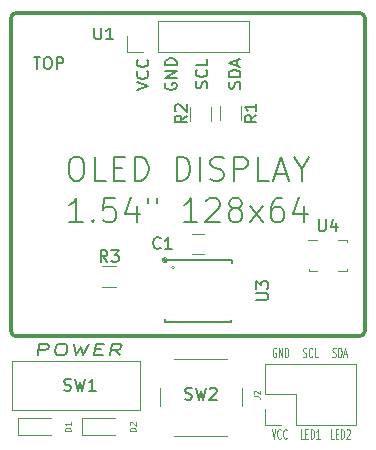
<source format=gbr>
G04 #@! TF.GenerationSoftware,KiCad,Pcbnew,(5.0.0)*
G04 #@! TF.CreationDate,2020-03-15T13:15:32-04:00*
G04 #@! TF.ProjectId,Attiny_IMU_LCD_ETC,417474696E795F494D555F4C43445F45,rev?*
G04 #@! TF.SameCoordinates,Original*
G04 #@! TF.FileFunction,Legend,Top*
G04 #@! TF.FilePolarity,Positive*
%FSLAX46Y46*%
G04 Gerber Fmt 4.6, Leading zero omitted, Abs format (unit mm)*
G04 Created by KiCad (PCBNEW (5.0.0)) date 03/15/20 13:15:32*
%MOMM*%
%LPD*%
G01*
G04 APERTURE LIST*
%ADD10C,0.100000*%
%ADD11C,0.200000*%
%ADD12C,0.120000*%
%ADD13C,0.300000*%
%ADD14C,0.150000*%
G04 APERTURE END LIST*
D10*
X143892857Y-96823809D02*
X143964285Y-96861904D01*
X144083333Y-96861904D01*
X144130952Y-96823809D01*
X144154761Y-96785714D01*
X144178571Y-96709523D01*
X144178571Y-96633333D01*
X144154761Y-96557142D01*
X144130952Y-96519047D01*
X144083333Y-96480952D01*
X143988095Y-96442857D01*
X143940476Y-96404761D01*
X143916666Y-96366666D01*
X143892857Y-96290476D01*
X143892857Y-96214285D01*
X143916666Y-96138095D01*
X143940476Y-96100000D01*
X143988095Y-96061904D01*
X144107142Y-96061904D01*
X144178571Y-96100000D01*
X144392857Y-96861904D02*
X144392857Y-96061904D01*
X144511904Y-96061904D01*
X144583333Y-96100000D01*
X144630952Y-96176190D01*
X144654761Y-96252380D01*
X144678571Y-96404761D01*
X144678571Y-96519047D01*
X144654761Y-96671428D01*
X144630952Y-96747619D01*
X144583333Y-96823809D01*
X144511904Y-96861904D01*
X144392857Y-96861904D01*
X144869047Y-96633333D02*
X145107142Y-96633333D01*
X144821428Y-96861904D02*
X144988095Y-96061904D01*
X145154761Y-96861904D01*
X143990476Y-103761904D02*
X143752380Y-103761904D01*
X143752380Y-102961904D01*
X144157142Y-103342857D02*
X144323809Y-103342857D01*
X144395238Y-103761904D02*
X144157142Y-103761904D01*
X144157142Y-102961904D01*
X144395238Y-102961904D01*
X144609523Y-103761904D02*
X144609523Y-102961904D01*
X144728571Y-102961904D01*
X144800000Y-103000000D01*
X144847619Y-103076190D01*
X144871428Y-103152380D01*
X144895238Y-103304761D01*
X144895238Y-103419047D01*
X144871428Y-103571428D01*
X144847619Y-103647619D01*
X144800000Y-103723809D01*
X144728571Y-103761904D01*
X144609523Y-103761904D01*
X145085714Y-103038095D02*
X145109523Y-103000000D01*
X145157142Y-102961904D01*
X145276190Y-102961904D01*
X145323809Y-103000000D01*
X145347619Y-103038095D01*
X145371428Y-103114285D01*
X145371428Y-103190476D01*
X145347619Y-103304761D01*
X145061904Y-103761904D01*
X145371428Y-103761904D01*
X141440476Y-103761904D02*
X141202380Y-103761904D01*
X141202380Y-102961904D01*
X141607142Y-103342857D02*
X141773809Y-103342857D01*
X141845238Y-103761904D02*
X141607142Y-103761904D01*
X141607142Y-102961904D01*
X141845238Y-102961904D01*
X142059523Y-103761904D02*
X142059523Y-102961904D01*
X142178571Y-102961904D01*
X142250000Y-103000000D01*
X142297619Y-103076190D01*
X142321428Y-103152380D01*
X142345238Y-103304761D01*
X142345238Y-103419047D01*
X142321428Y-103571428D01*
X142297619Y-103647619D01*
X142250000Y-103723809D01*
X142178571Y-103761904D01*
X142059523Y-103761904D01*
X142821428Y-103761904D02*
X142535714Y-103761904D01*
X142678571Y-103761904D02*
X142678571Y-102961904D01*
X142630952Y-103076190D01*
X142583333Y-103152380D01*
X142535714Y-103190476D01*
D11*
X118931666Y-96702380D02*
X119056666Y-95702380D01*
X119628095Y-95702380D01*
X119765000Y-95750000D01*
X119830476Y-95797619D01*
X119890000Y-95892857D01*
X119872142Y-96035714D01*
X119788809Y-96130952D01*
X119711428Y-96178571D01*
X119562619Y-96226190D01*
X118991190Y-96226190D01*
X120842380Y-95702380D02*
X121128095Y-95702380D01*
X121265000Y-95750000D01*
X121395952Y-95845238D01*
X121443571Y-96035714D01*
X121401904Y-96369047D01*
X121306666Y-96559523D01*
X121151904Y-96654761D01*
X121003095Y-96702380D01*
X120717380Y-96702380D01*
X120580476Y-96654761D01*
X120449523Y-96559523D01*
X120401904Y-96369047D01*
X120443571Y-96035714D01*
X120538809Y-95845238D01*
X120693571Y-95750000D01*
X120842380Y-95702380D01*
X121985238Y-95702380D02*
X122217380Y-96702380D01*
X122592380Y-95988095D01*
X122788809Y-96702380D01*
X123270952Y-95702380D01*
X123782857Y-96178571D02*
X124282857Y-96178571D01*
X124431666Y-96702380D02*
X123717380Y-96702380D01*
X123842380Y-95702380D01*
X124556666Y-95702380D01*
X125931666Y-96702380D02*
X125491190Y-96226190D01*
X125074523Y-96702380D02*
X125199523Y-95702380D01*
X125770952Y-95702380D01*
X125907857Y-95750000D01*
X125973333Y-95797619D01*
X126032857Y-95892857D01*
X126015000Y-96035714D01*
X125931666Y-96130952D01*
X125854285Y-96178571D01*
X125705476Y-96226190D01*
X125134047Y-96226190D01*
D10*
X139119047Y-96100000D02*
X139071428Y-96061904D01*
X139000000Y-96061904D01*
X138928571Y-96100000D01*
X138880952Y-96176190D01*
X138857142Y-96252380D01*
X138833333Y-96404761D01*
X138833333Y-96519047D01*
X138857142Y-96671428D01*
X138880952Y-96747619D01*
X138928571Y-96823809D01*
X139000000Y-96861904D01*
X139047619Y-96861904D01*
X139119047Y-96823809D01*
X139142857Y-96785714D01*
X139142857Y-96519047D01*
X139047619Y-96519047D01*
X139357142Y-96861904D02*
X139357142Y-96061904D01*
X139642857Y-96861904D01*
X139642857Y-96061904D01*
X139880952Y-96861904D02*
X139880952Y-96061904D01*
X140000000Y-96061904D01*
X140071428Y-96100000D01*
X140119047Y-96176190D01*
X140142857Y-96252380D01*
X140166666Y-96404761D01*
X140166666Y-96519047D01*
X140142857Y-96671428D01*
X140119047Y-96747619D01*
X140071428Y-96823809D01*
X140000000Y-96861904D01*
X139880952Y-96861904D01*
X138733333Y-102961904D02*
X138900000Y-103761904D01*
X139066666Y-102961904D01*
X139519047Y-103685714D02*
X139495238Y-103723809D01*
X139423809Y-103761904D01*
X139376190Y-103761904D01*
X139304761Y-103723809D01*
X139257142Y-103647619D01*
X139233333Y-103571428D01*
X139209523Y-103419047D01*
X139209523Y-103304761D01*
X139233333Y-103152380D01*
X139257142Y-103076190D01*
X139304761Y-103000000D01*
X139376190Y-102961904D01*
X139423809Y-102961904D01*
X139495238Y-103000000D01*
X139519047Y-103038095D01*
X140019047Y-103685714D02*
X139995238Y-103723809D01*
X139923809Y-103761904D01*
X139876190Y-103761904D01*
X139804761Y-103723809D01*
X139757142Y-103647619D01*
X139733333Y-103571428D01*
X139709523Y-103419047D01*
X139709523Y-103304761D01*
X139733333Y-103152380D01*
X139757142Y-103076190D01*
X139804761Y-103000000D01*
X139876190Y-102961904D01*
X139923809Y-102961904D01*
X139995238Y-103000000D01*
X140019047Y-103038095D01*
X141404761Y-96823809D02*
X141476190Y-96861904D01*
X141595238Y-96861904D01*
X141642857Y-96823809D01*
X141666666Y-96785714D01*
X141690476Y-96709523D01*
X141690476Y-96633333D01*
X141666666Y-96557142D01*
X141642857Y-96519047D01*
X141595238Y-96480952D01*
X141500000Y-96442857D01*
X141452380Y-96404761D01*
X141428571Y-96366666D01*
X141404761Y-96290476D01*
X141404761Y-96214285D01*
X141428571Y-96138095D01*
X141452380Y-96100000D01*
X141500000Y-96061904D01*
X141619047Y-96061904D01*
X141690476Y-96100000D01*
X142190476Y-96785714D02*
X142166666Y-96823809D01*
X142095238Y-96861904D01*
X142047619Y-96861904D01*
X141976190Y-96823809D01*
X141928571Y-96747619D01*
X141904761Y-96671428D01*
X141880952Y-96519047D01*
X141880952Y-96404761D01*
X141904761Y-96252380D01*
X141928571Y-96176190D01*
X141976190Y-96100000D01*
X142047619Y-96061904D01*
X142095238Y-96061904D01*
X142166666Y-96100000D01*
X142190476Y-96138095D01*
X142642857Y-96861904D02*
X142404761Y-96861904D01*
X142404761Y-96061904D01*
D12*
G04 #@! TO.C,C1*
X133000000Y-86400000D02*
X132000000Y-86400000D01*
X132000000Y-88100000D02*
X133000000Y-88100000D01*
G04 #@! TO.C,R1*
X134370000Y-76800000D02*
X134370000Y-75600000D01*
X136130000Y-75600000D02*
X136130000Y-76800000D01*
G04 #@! TO.C,R2*
X133630000Y-75650000D02*
X133630000Y-76850000D01*
X131870000Y-76850000D02*
X131870000Y-75650000D01*
G04 #@! TO.C,R3*
X124400000Y-89120000D02*
X125600000Y-89120000D01*
X125600000Y-90880000D02*
X124400000Y-90880000D01*
D10*
G04 #@! TO.C,SW1*
X116780000Y-99250000D02*
X116780000Y-97650000D01*
X116780000Y-97200000D02*
X116780000Y-97650000D01*
X116780000Y-97650000D02*
X116780000Y-97200000D01*
X116780000Y-97200000D02*
X127230000Y-97200000D01*
X116780000Y-101300000D02*
X116780000Y-99250000D01*
X116780000Y-101300000D02*
X126830000Y-101300000D01*
X127580000Y-99250000D02*
X127580000Y-97200000D01*
X127580000Y-97200000D02*
X127230000Y-97200000D01*
X127580000Y-99250000D02*
X127580000Y-101250000D01*
X127580000Y-101250000D02*
X127580000Y-101300000D01*
X127580000Y-101300000D02*
X126780000Y-101300000D01*
D12*
G04 #@! TO.C,SW2*
X136250000Y-101000000D02*
X136250000Y-99500000D01*
X135000000Y-97000000D02*
X130500000Y-97000000D01*
X129250000Y-99500000D02*
X129250000Y-101000000D01*
X130500000Y-103500000D02*
X135000000Y-103500000D01*
D13*
G04 #@! TO.C,U1*
X116650001Y-94600000D02*
X116650001Y-68200000D01*
X146650001Y-68200000D02*
X146650001Y-94600000D01*
X135450001Y-95100000D02*
X123750001Y-95100000D01*
X117150001Y-95100000D02*
X123750001Y-95100000D01*
X117150001Y-95100000D02*
G75*
G02X116650001Y-94600000I0J500000D01*
G01*
X146150001Y-95100000D02*
X135450001Y-95100000D01*
X146650001Y-94600000D02*
G75*
G02X146150001Y-95100000I-500000J0D01*
G01*
X134450001Y-95100000D02*
X134650001Y-95100000D01*
X132250001Y-95100000D02*
X134450001Y-95100000D01*
X116650001Y-68200000D02*
G75*
G02X117150001Y-67700000I500000J0D01*
G01*
X117150001Y-67700000D02*
X127850001Y-67700000D01*
X146150001Y-67700000D02*
G75*
G02X146650001Y-68200000I0J-500000D01*
G01*
X146150001Y-67700000D02*
X139550001Y-67700000D01*
X127850001Y-67700000D02*
X139550001Y-67700000D01*
D12*
X136800001Y-71030000D02*
X136800001Y-68370000D01*
X129120001Y-71030000D02*
X136800001Y-71030000D01*
X129120001Y-68370000D02*
X136800001Y-68370000D01*
X129120001Y-71030000D02*
X129120001Y-68370000D01*
X127850001Y-71030000D02*
X126520001Y-71030000D01*
X126520001Y-71030000D02*
X126520001Y-69700000D01*
D10*
G04 #@! TO.C,U3*
X129923607Y-88650000D02*
G75*
G03X129923607Y-88650000I-223607J0D01*
G01*
X129841421Y-88650000D02*
G75*
G03X129841421Y-88650000I-141421J0D01*
G01*
X130541421Y-89250000D02*
G75*
G03X130541421Y-89250000I-141421J0D01*
G01*
D14*
X129700000Y-88650000D02*
X129700000Y-88750000D01*
X135400000Y-88650000D02*
X135400000Y-88850000D01*
X135300000Y-93825000D02*
X135300000Y-93680000D01*
X129700000Y-93850000D02*
X129700000Y-93650000D01*
X129700000Y-88650000D02*
X135400000Y-88650000D01*
X129725000Y-93850000D02*
X135300000Y-93850000D01*
D12*
G04 #@! TO.C,D1*
X117300000Y-102050000D02*
X120100000Y-102050000D01*
X117300000Y-103450000D02*
X120100000Y-103450000D01*
X117300000Y-102050000D02*
X117300000Y-103450000D01*
G04 #@! TO.C,D2*
X122700000Y-102050000D02*
X122700000Y-103450000D01*
X122700000Y-103450000D02*
X125500000Y-103450000D01*
X122700000Y-102050000D02*
X125500000Y-102050000D01*
D10*
G04 #@! TO.C,U4*
X145100000Y-86900000D02*
X145100000Y-87120000D01*
X144380000Y-86900000D02*
X145100000Y-86900000D01*
X145100000Y-89600000D02*
X144380000Y-89600000D01*
X145100000Y-89380000D02*
X145100000Y-89600000D01*
X141900000Y-89600000D02*
X141900000Y-89380000D01*
X141900000Y-89600000D02*
X142620000Y-89600000D01*
X141800000Y-86900000D02*
X142620000Y-86900000D01*
D12*
G04 #@! TO.C,J2*
X138170000Y-102620000D02*
X138170000Y-101290000D01*
X139500000Y-102620000D02*
X138170000Y-102620000D01*
X138170000Y-100020000D02*
X138170000Y-97420000D01*
X140770000Y-100020000D02*
X138170000Y-100020000D01*
X140770000Y-102620000D02*
X140770000Y-100020000D01*
X138170000Y-97420000D02*
X145910000Y-97420000D01*
X140770000Y-102620000D02*
X145910000Y-102620000D01*
X145910000Y-102620000D02*
X145910000Y-97420000D01*
G04 #@! TO.C,C1*
D14*
X129333333Y-87607142D02*
X129285714Y-87654761D01*
X129142857Y-87702380D01*
X129047619Y-87702380D01*
X128904761Y-87654761D01*
X128809523Y-87559523D01*
X128761904Y-87464285D01*
X128714285Y-87273809D01*
X128714285Y-87130952D01*
X128761904Y-86940476D01*
X128809523Y-86845238D01*
X128904761Y-86750000D01*
X129047619Y-86702380D01*
X129142857Y-86702380D01*
X129285714Y-86750000D01*
X129333333Y-86797619D01*
X130285714Y-87702380D02*
X129714285Y-87702380D01*
X130000000Y-87702380D02*
X130000000Y-86702380D01*
X129904761Y-86845238D01*
X129809523Y-86940476D01*
X129714285Y-86988095D01*
G04 #@! TO.C,R1*
X137452380Y-76366666D02*
X136976190Y-76700000D01*
X137452380Y-76938095D02*
X136452380Y-76938095D01*
X136452380Y-76557142D01*
X136500000Y-76461904D01*
X136547619Y-76414285D01*
X136642857Y-76366666D01*
X136785714Y-76366666D01*
X136880952Y-76414285D01*
X136928571Y-76461904D01*
X136976190Y-76557142D01*
X136976190Y-76938095D01*
X137452380Y-75414285D02*
X137452380Y-75985714D01*
X137452380Y-75700000D02*
X136452380Y-75700000D01*
X136595238Y-75795238D01*
X136690476Y-75890476D01*
X136738095Y-75985714D01*
G04 #@! TO.C,R2*
X131552380Y-76416666D02*
X131076190Y-76750000D01*
X131552380Y-76988095D02*
X130552380Y-76988095D01*
X130552380Y-76607142D01*
X130600000Y-76511904D01*
X130647619Y-76464285D01*
X130742857Y-76416666D01*
X130885714Y-76416666D01*
X130980952Y-76464285D01*
X131028571Y-76511904D01*
X131076190Y-76607142D01*
X131076190Y-76988095D01*
X130647619Y-76035714D02*
X130600000Y-75988095D01*
X130552380Y-75892857D01*
X130552380Y-75654761D01*
X130600000Y-75559523D01*
X130647619Y-75511904D01*
X130742857Y-75464285D01*
X130838095Y-75464285D01*
X130980952Y-75511904D01*
X131552380Y-76083333D01*
X131552380Y-75464285D01*
G04 #@! TO.C,R3*
X124833333Y-88802380D02*
X124500000Y-88326190D01*
X124261904Y-88802380D02*
X124261904Y-87802380D01*
X124642857Y-87802380D01*
X124738095Y-87850000D01*
X124785714Y-87897619D01*
X124833333Y-87992857D01*
X124833333Y-88135714D01*
X124785714Y-88230952D01*
X124738095Y-88278571D01*
X124642857Y-88326190D01*
X124261904Y-88326190D01*
X125166666Y-87802380D02*
X125785714Y-87802380D01*
X125452380Y-88183333D01*
X125595238Y-88183333D01*
X125690476Y-88230952D01*
X125738095Y-88278571D01*
X125785714Y-88373809D01*
X125785714Y-88611904D01*
X125738095Y-88707142D01*
X125690476Y-88754761D01*
X125595238Y-88802380D01*
X125309523Y-88802380D01*
X125214285Y-88754761D01*
X125166666Y-88707142D01*
G04 #@! TO.C,SW1*
X121166666Y-99654761D02*
X121309523Y-99702380D01*
X121547619Y-99702380D01*
X121642857Y-99654761D01*
X121690476Y-99607142D01*
X121738095Y-99511904D01*
X121738095Y-99416666D01*
X121690476Y-99321428D01*
X121642857Y-99273809D01*
X121547619Y-99226190D01*
X121357142Y-99178571D01*
X121261904Y-99130952D01*
X121214285Y-99083333D01*
X121166666Y-98988095D01*
X121166666Y-98892857D01*
X121214285Y-98797619D01*
X121261904Y-98750000D01*
X121357142Y-98702380D01*
X121595238Y-98702380D01*
X121738095Y-98750000D01*
X122071428Y-98702380D02*
X122309523Y-99702380D01*
X122500000Y-98988095D01*
X122690476Y-99702380D01*
X122928571Y-98702380D01*
X123833333Y-99702380D02*
X123261904Y-99702380D01*
X123547619Y-99702380D02*
X123547619Y-98702380D01*
X123452380Y-98845238D01*
X123357142Y-98940476D01*
X123261904Y-98988095D01*
G04 #@! TO.C,SW2*
X131416666Y-100404761D02*
X131559523Y-100452380D01*
X131797619Y-100452380D01*
X131892857Y-100404761D01*
X131940476Y-100357142D01*
X131988095Y-100261904D01*
X131988095Y-100166666D01*
X131940476Y-100071428D01*
X131892857Y-100023809D01*
X131797619Y-99976190D01*
X131607142Y-99928571D01*
X131511904Y-99880952D01*
X131464285Y-99833333D01*
X131416666Y-99738095D01*
X131416666Y-99642857D01*
X131464285Y-99547619D01*
X131511904Y-99500000D01*
X131607142Y-99452380D01*
X131845238Y-99452380D01*
X131988095Y-99500000D01*
X132321428Y-99452380D02*
X132559523Y-100452380D01*
X132750000Y-99738095D01*
X132940476Y-100452380D01*
X133178571Y-99452380D01*
X133511904Y-99547619D02*
X133559523Y-99500000D01*
X133654761Y-99452380D01*
X133892857Y-99452380D01*
X133988095Y-99500000D01*
X134035714Y-99547619D01*
X134083333Y-99642857D01*
X134083333Y-99738095D01*
X134035714Y-99880952D01*
X133464285Y-100452380D01*
X134083333Y-100452380D01*
G04 #@! TO.C,U1*
X123738095Y-68952380D02*
X123738095Y-69761904D01*
X123785714Y-69857142D01*
X123833333Y-69904761D01*
X123928571Y-69952380D01*
X124119047Y-69952380D01*
X124214285Y-69904761D01*
X124261904Y-69857142D01*
X124309523Y-69761904D01*
X124309523Y-68952380D01*
X125309523Y-69952380D02*
X124738095Y-69952380D01*
X125023809Y-69952380D02*
X125023809Y-68952380D01*
X124928571Y-69095238D01*
X124833333Y-69190476D01*
X124738095Y-69238095D01*
X122745239Y-85404761D02*
X121602381Y-85404761D01*
X122173810Y-85404761D02*
X122173810Y-83404761D01*
X121983334Y-83690476D01*
X121792858Y-83880952D01*
X121602381Y-83976190D01*
X123602381Y-85214285D02*
X123697620Y-85309523D01*
X123602381Y-85404761D01*
X123507143Y-85309523D01*
X123602381Y-85214285D01*
X123602381Y-85404761D01*
X125507143Y-83404761D02*
X124554762Y-83404761D01*
X124459524Y-84357142D01*
X124554762Y-84261904D01*
X124745239Y-84166666D01*
X125221429Y-84166666D01*
X125411905Y-84261904D01*
X125507143Y-84357142D01*
X125602381Y-84547619D01*
X125602381Y-85023809D01*
X125507143Y-85214285D01*
X125411905Y-85309523D01*
X125221429Y-85404761D01*
X124745239Y-85404761D01*
X124554762Y-85309523D01*
X124459524Y-85214285D01*
X127316667Y-84071428D02*
X127316667Y-85404761D01*
X126840477Y-83309523D02*
X126364286Y-84738095D01*
X127602381Y-84738095D01*
X128269048Y-83404761D02*
X128269048Y-83785714D01*
X129030953Y-83404761D02*
X129030953Y-83785714D01*
X132459524Y-85404761D02*
X131316667Y-85404761D01*
X131888096Y-85404761D02*
X131888096Y-83404761D01*
X131697620Y-83690476D01*
X131507143Y-83880952D01*
X131316667Y-83976190D01*
X133221429Y-83595238D02*
X133316667Y-83500000D01*
X133507143Y-83404761D01*
X133983334Y-83404761D01*
X134173810Y-83500000D01*
X134269048Y-83595238D01*
X134364286Y-83785714D01*
X134364286Y-83976190D01*
X134269048Y-84261904D01*
X133126191Y-85404761D01*
X134364286Y-85404761D01*
X135507143Y-84261904D02*
X135316667Y-84166666D01*
X135221429Y-84071428D01*
X135126191Y-83880952D01*
X135126191Y-83785714D01*
X135221429Y-83595238D01*
X135316667Y-83500000D01*
X135507143Y-83404761D01*
X135888096Y-83404761D01*
X136078572Y-83500000D01*
X136173810Y-83595238D01*
X136269048Y-83785714D01*
X136269048Y-83880952D01*
X136173810Y-84071428D01*
X136078572Y-84166666D01*
X135888096Y-84261904D01*
X135507143Y-84261904D01*
X135316667Y-84357142D01*
X135221429Y-84452380D01*
X135126191Y-84642857D01*
X135126191Y-85023809D01*
X135221429Y-85214285D01*
X135316667Y-85309523D01*
X135507143Y-85404761D01*
X135888096Y-85404761D01*
X136078572Y-85309523D01*
X136173810Y-85214285D01*
X136269048Y-85023809D01*
X136269048Y-84642857D01*
X136173810Y-84452380D01*
X136078572Y-84357142D01*
X135888096Y-84261904D01*
X136935715Y-85404761D02*
X137983334Y-84071428D01*
X136935715Y-84071428D02*
X137983334Y-85404761D01*
X139602381Y-83404761D02*
X139221429Y-83404761D01*
X139030953Y-83500000D01*
X138935715Y-83595238D01*
X138745239Y-83880952D01*
X138650001Y-84261904D01*
X138650001Y-85023809D01*
X138745239Y-85214285D01*
X138840477Y-85309523D01*
X139030953Y-85404761D01*
X139411905Y-85404761D01*
X139602381Y-85309523D01*
X139697620Y-85214285D01*
X139792858Y-85023809D01*
X139792858Y-84547619D01*
X139697620Y-84357142D01*
X139602381Y-84261904D01*
X139411905Y-84166666D01*
X139030953Y-84166666D01*
X138840477Y-84261904D01*
X138745239Y-84357142D01*
X138650001Y-84547619D01*
X141507143Y-84071428D02*
X141507143Y-85404761D01*
X141030953Y-83309523D02*
X140554762Y-84738095D01*
X141792858Y-84738095D01*
X122030953Y-79904761D02*
X122411905Y-79904761D01*
X122602381Y-80000000D01*
X122792858Y-80190476D01*
X122888096Y-80571428D01*
X122888096Y-81238095D01*
X122792858Y-81619047D01*
X122602381Y-81809523D01*
X122411905Y-81904761D01*
X122030953Y-81904761D01*
X121840477Y-81809523D01*
X121650001Y-81619047D01*
X121554762Y-81238095D01*
X121554762Y-80571428D01*
X121650001Y-80190476D01*
X121840477Y-80000000D01*
X122030953Y-79904761D01*
X124697620Y-81904761D02*
X123745239Y-81904761D01*
X123745239Y-79904761D01*
X125364286Y-80857142D02*
X126030953Y-80857142D01*
X126316667Y-81904761D02*
X125364286Y-81904761D01*
X125364286Y-79904761D01*
X126316667Y-79904761D01*
X127173810Y-81904761D02*
X127173810Y-79904761D01*
X127650001Y-79904761D01*
X127935715Y-80000000D01*
X128126191Y-80190476D01*
X128221429Y-80380952D01*
X128316667Y-80761904D01*
X128316667Y-81047619D01*
X128221429Y-81428571D01*
X128126191Y-81619047D01*
X127935715Y-81809523D01*
X127650001Y-81904761D01*
X127173810Y-81904761D01*
X130697620Y-81904761D02*
X130697620Y-79904761D01*
X131173810Y-79904761D01*
X131459524Y-80000000D01*
X131650001Y-80190476D01*
X131745239Y-80380952D01*
X131840477Y-80761904D01*
X131840477Y-81047619D01*
X131745239Y-81428571D01*
X131650001Y-81619047D01*
X131459524Y-81809523D01*
X131173810Y-81904761D01*
X130697620Y-81904761D01*
X132697620Y-81904761D02*
X132697620Y-79904761D01*
X133554762Y-81809523D02*
X133840477Y-81904761D01*
X134316667Y-81904761D01*
X134507143Y-81809523D01*
X134602381Y-81714285D01*
X134697620Y-81523809D01*
X134697620Y-81333333D01*
X134602381Y-81142857D01*
X134507143Y-81047619D01*
X134316667Y-80952380D01*
X133935715Y-80857142D01*
X133745239Y-80761904D01*
X133650001Y-80666666D01*
X133554762Y-80476190D01*
X133554762Y-80285714D01*
X133650001Y-80095238D01*
X133745239Y-80000000D01*
X133935715Y-79904761D01*
X134411905Y-79904761D01*
X134697620Y-80000000D01*
X135554762Y-81904761D02*
X135554762Y-79904761D01*
X136316667Y-79904761D01*
X136507143Y-80000000D01*
X136602381Y-80095238D01*
X136697620Y-80285714D01*
X136697620Y-80571428D01*
X136602381Y-80761904D01*
X136507143Y-80857142D01*
X136316667Y-80952380D01*
X135554762Y-80952380D01*
X138507143Y-81904761D02*
X137554762Y-81904761D01*
X137554762Y-79904761D01*
X139078572Y-81333333D02*
X140030953Y-81333333D01*
X138888096Y-81904761D02*
X139554762Y-79904761D01*
X140221429Y-81904761D01*
X141269048Y-80952380D02*
X141269048Y-81904761D01*
X140602381Y-79904761D02*
X141269048Y-80952380D01*
X141935715Y-79904761D01*
X136054762Y-74114285D02*
X136102381Y-73971428D01*
X136102381Y-73733333D01*
X136054762Y-73638095D01*
X136007143Y-73590476D01*
X135911905Y-73542857D01*
X135816667Y-73542857D01*
X135721429Y-73590476D01*
X135673810Y-73638095D01*
X135626191Y-73733333D01*
X135578572Y-73923809D01*
X135530953Y-74019047D01*
X135483334Y-74066666D01*
X135388096Y-74114285D01*
X135292858Y-74114285D01*
X135197620Y-74066666D01*
X135150001Y-74019047D01*
X135102381Y-73923809D01*
X135102381Y-73685714D01*
X135150001Y-73542857D01*
X136102381Y-73114285D02*
X135102381Y-73114285D01*
X135102381Y-72876190D01*
X135150001Y-72733333D01*
X135245239Y-72638095D01*
X135340477Y-72590476D01*
X135530953Y-72542857D01*
X135673810Y-72542857D01*
X135864286Y-72590476D01*
X135959524Y-72638095D01*
X136054762Y-72733333D01*
X136102381Y-72876190D01*
X136102381Y-73114285D01*
X135816667Y-72161904D02*
X135816667Y-71685714D01*
X136102381Y-72257142D02*
X135102381Y-71923809D01*
X136102381Y-71590476D01*
X133254762Y-74090476D02*
X133302381Y-73947619D01*
X133302381Y-73709523D01*
X133254762Y-73614285D01*
X133207143Y-73566666D01*
X133111905Y-73519047D01*
X133016667Y-73519047D01*
X132921429Y-73566666D01*
X132873810Y-73614285D01*
X132826191Y-73709523D01*
X132778572Y-73900000D01*
X132730953Y-73995238D01*
X132683334Y-74042857D01*
X132588096Y-74090476D01*
X132492858Y-74090476D01*
X132397620Y-74042857D01*
X132350001Y-73995238D01*
X132302381Y-73900000D01*
X132302381Y-73661904D01*
X132350001Y-73519047D01*
X133207143Y-72519047D02*
X133254762Y-72566666D01*
X133302381Y-72709523D01*
X133302381Y-72804761D01*
X133254762Y-72947619D01*
X133159524Y-73042857D01*
X133064286Y-73090476D01*
X132873810Y-73138095D01*
X132730953Y-73138095D01*
X132540477Y-73090476D01*
X132445239Y-73042857D01*
X132350001Y-72947619D01*
X132302381Y-72804761D01*
X132302381Y-72709523D01*
X132350001Y-72566666D01*
X132397620Y-72519047D01*
X133302381Y-71614285D02*
X133302381Y-72090476D01*
X132302381Y-72090476D01*
X129750001Y-73661904D02*
X129702381Y-73757142D01*
X129702381Y-73900000D01*
X129750001Y-74042857D01*
X129845239Y-74138095D01*
X129940477Y-74185714D01*
X130130953Y-74233333D01*
X130273810Y-74233333D01*
X130464286Y-74185714D01*
X130559524Y-74138095D01*
X130654762Y-74042857D01*
X130702381Y-73900000D01*
X130702381Y-73804761D01*
X130654762Y-73661904D01*
X130607143Y-73614285D01*
X130273810Y-73614285D01*
X130273810Y-73804761D01*
X130702381Y-73185714D02*
X129702381Y-73185714D01*
X130702381Y-72614285D01*
X129702381Y-72614285D01*
X130702381Y-72138095D02*
X129702381Y-72138095D01*
X129702381Y-71900000D01*
X129750001Y-71757142D01*
X129845239Y-71661904D01*
X129940477Y-71614285D01*
X130130953Y-71566666D01*
X130273810Y-71566666D01*
X130464286Y-71614285D01*
X130559524Y-71661904D01*
X130654762Y-71757142D01*
X130702381Y-71900000D01*
X130702381Y-72138095D01*
X127302381Y-74233333D02*
X128302381Y-73900000D01*
X127302381Y-73566666D01*
X128207143Y-72661904D02*
X128254762Y-72709523D01*
X128302381Y-72852380D01*
X128302381Y-72947619D01*
X128254762Y-73090476D01*
X128159524Y-73185714D01*
X128064286Y-73233333D01*
X127873810Y-73280952D01*
X127730953Y-73280952D01*
X127540477Y-73233333D01*
X127445239Y-73185714D01*
X127350001Y-73090476D01*
X127302381Y-72947619D01*
X127302381Y-72852380D01*
X127350001Y-72709523D01*
X127397620Y-72661904D01*
X128207143Y-71661904D02*
X128254762Y-71709523D01*
X128302381Y-71852380D01*
X128302381Y-71947619D01*
X128254762Y-72090476D01*
X128159524Y-72185714D01*
X128064286Y-72233333D01*
X127873810Y-72280952D01*
X127730953Y-72280952D01*
X127540477Y-72233333D01*
X127445239Y-72185714D01*
X127350001Y-72090476D01*
X127302381Y-71947619D01*
X127302381Y-71852380D01*
X127350001Y-71709523D01*
X127397620Y-71661904D01*
X118590477Y-71452380D02*
X119161905Y-71452380D01*
X118876191Y-72452380D02*
X118876191Y-71452380D01*
X119685715Y-71452380D02*
X119876191Y-71452380D01*
X119971429Y-71500000D01*
X120066667Y-71595238D01*
X120114286Y-71785714D01*
X120114286Y-72119047D01*
X120066667Y-72309523D01*
X119971429Y-72404761D01*
X119876191Y-72452380D01*
X119685715Y-72452380D01*
X119590477Y-72404761D01*
X119495239Y-72309523D01*
X119447620Y-72119047D01*
X119447620Y-71785714D01*
X119495239Y-71595238D01*
X119590477Y-71500000D01*
X119685715Y-71452380D01*
X120542858Y-72452380D02*
X120542858Y-71452380D01*
X120923810Y-71452380D01*
X121019048Y-71500000D01*
X121066667Y-71547619D01*
X121114286Y-71642857D01*
X121114286Y-71785714D01*
X121066667Y-71880952D01*
X121019048Y-71928571D01*
X120923810Y-71976190D01*
X120542858Y-71976190D01*
G04 #@! TO.C,U3*
X137452380Y-92011904D02*
X138261904Y-92011904D01*
X138357142Y-91964285D01*
X138404761Y-91916666D01*
X138452380Y-91821428D01*
X138452380Y-91630952D01*
X138404761Y-91535714D01*
X138357142Y-91488095D01*
X138261904Y-91440476D01*
X137452380Y-91440476D01*
X137452380Y-91059523D02*
X137452380Y-90440476D01*
X137833333Y-90773809D01*
X137833333Y-90630952D01*
X137880952Y-90535714D01*
X137928571Y-90488095D01*
X138023809Y-90440476D01*
X138261904Y-90440476D01*
X138357142Y-90488095D01*
X138404761Y-90535714D01*
X138452380Y-90630952D01*
X138452380Y-90916666D01*
X138404761Y-91011904D01*
X138357142Y-91059523D01*
G04 #@! TO.C,D1*
D10*
X121726190Y-103119047D02*
X121226190Y-103119047D01*
X121226190Y-103000000D01*
X121250000Y-102928571D01*
X121297619Y-102880952D01*
X121345238Y-102857142D01*
X121440476Y-102833333D01*
X121511904Y-102833333D01*
X121607142Y-102857142D01*
X121654761Y-102880952D01*
X121702380Y-102928571D01*
X121726190Y-103000000D01*
X121726190Y-103119047D01*
X121726190Y-102357142D02*
X121726190Y-102642857D01*
X121726190Y-102500000D02*
X121226190Y-102500000D01*
X121297619Y-102547619D01*
X121345238Y-102595238D01*
X121369047Y-102642857D01*
G04 #@! TO.C,D2*
X127226190Y-103119047D02*
X126726190Y-103119047D01*
X126726190Y-103000000D01*
X126750000Y-102928571D01*
X126797619Y-102880952D01*
X126845238Y-102857142D01*
X126940476Y-102833333D01*
X127011904Y-102833333D01*
X127107142Y-102857142D01*
X127154761Y-102880952D01*
X127202380Y-102928571D01*
X127226190Y-103000000D01*
X127226190Y-103119047D01*
X126773809Y-102642857D02*
X126750000Y-102619047D01*
X126726190Y-102571428D01*
X126726190Y-102452380D01*
X126750000Y-102404761D01*
X126773809Y-102380952D01*
X126821428Y-102357142D01*
X126869047Y-102357142D01*
X126940476Y-102380952D01*
X127226190Y-102666666D01*
X127226190Y-102357142D01*
G04 #@! TO.C,U4*
D14*
X142738095Y-85202380D02*
X142738095Y-86011904D01*
X142785714Y-86107142D01*
X142833333Y-86154761D01*
X142928571Y-86202380D01*
X143119047Y-86202380D01*
X143214285Y-86154761D01*
X143261904Y-86107142D01*
X143309523Y-86011904D01*
X143309523Y-85202380D01*
X144214285Y-85535714D02*
X144214285Y-86202380D01*
X143976190Y-85154761D02*
X143738095Y-85869047D01*
X144357142Y-85869047D01*
G04 #@! TO.C,J2*
D10*
X137226190Y-100186666D02*
X137583333Y-100186666D01*
X137654761Y-100210476D01*
X137702380Y-100258095D01*
X137726190Y-100329523D01*
X137726190Y-100377142D01*
X137273809Y-99972380D02*
X137250000Y-99948571D01*
X137226190Y-99900952D01*
X137226190Y-99781904D01*
X137250000Y-99734285D01*
X137273809Y-99710476D01*
X137321428Y-99686666D01*
X137369047Y-99686666D01*
X137440476Y-99710476D01*
X137726190Y-99996190D01*
X137726190Y-99686666D01*
G04 #@! TD*
M02*

</source>
